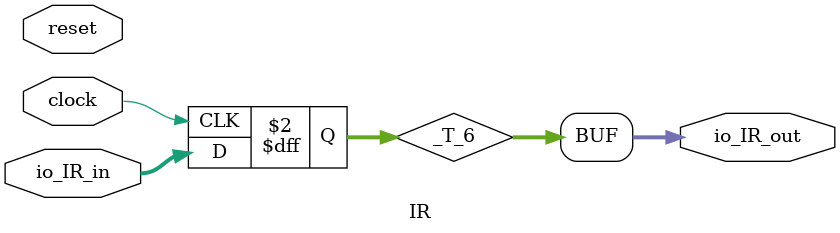
<source format=v>
`ifdef RANDOMIZE_GARBAGE_ASSIGN
`define RANDOMIZE
`endif
`ifdef RANDOMIZE_INVALID_ASSIGN
`define RANDOMIZE
`endif
`ifdef RANDOMIZE_REG_INIT
`define RANDOMIZE
`endif
`ifdef RANDOMIZE_MEM_INIT
`define RANDOMIZE
`endif

module IR(
  input   clock,
  input   reset,
  input  [31:0] io_IR_in,
  output [31:0] io_IR_out
);
  reg [31:0] _T_6;
  reg [31:0] _GEN_0;
  assign io_IR_out = _T_6;
`ifdef RANDOMIZE
  integer initvar;
  initial begin
    `ifndef verilator
      #0.002 begin end
    `endif
  `ifdef RANDOMIZE_REG_INIT
  _GEN_0 = {1{$random}};
  _T_6 = _GEN_0[31:0];
  `endif
  end
`endif
  always @(posedge clock) begin
    _T_6 <= io_IR_in;
  end
endmodule

</source>
